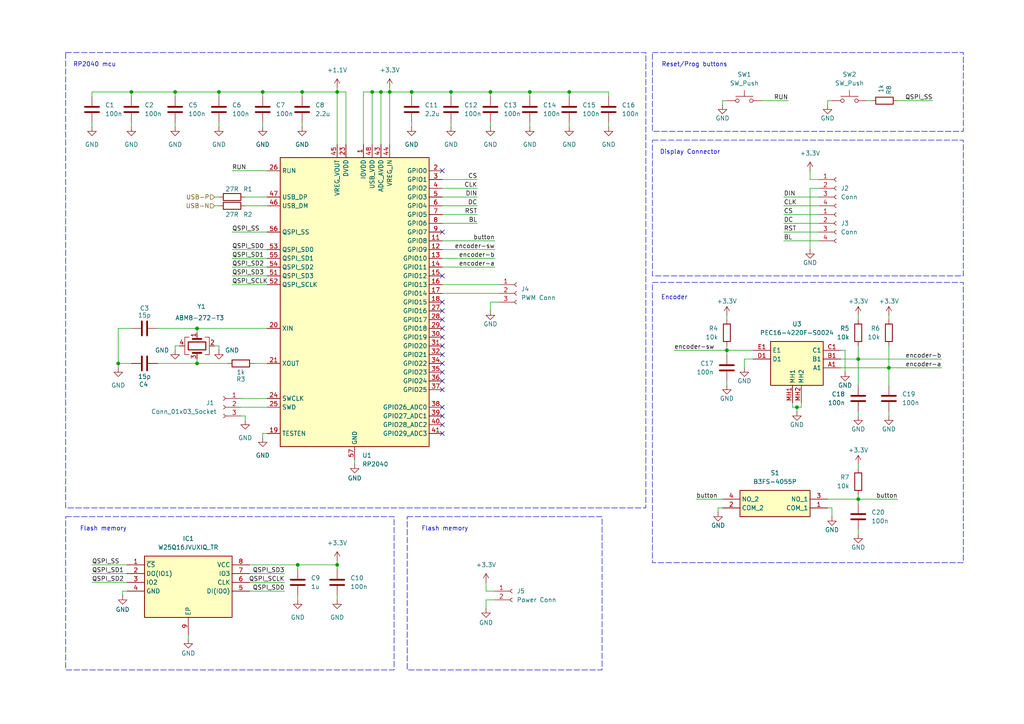
<source format=kicad_sch>
(kicad_sch (version 20231120) (generator "eeschema") (generator_version "8.0")
  (paper "A4")
  (title_block (title "UV Lamp Controller") (date "2025-03-30") (rev "v1.0") (company "Szymon Wąchała"))
  (lib_symbols
    (symbol "B3FS-4055P:B3FS-4055P"
      (property "Reference" "S" (at 26.67 7.62 0))
      (property "Value" "B3FS-4055P" (at 26.67 5.08 0))
      (symbol "B3FS-4055P_1_1"
        (rectangle (start 5.08 2.54) (end 25.4 -5.08) (stroke (width 0.254)) (fill (type background)))
        (pin passive line (at 30.48 -2.54 180) (length 5.08) (name "COM_1") (number "1"))
        (pin passive line (at 0 -2.54 0) (length 5.08) (name "COM_2") (number "2"))
        (pin passive line (at 30.48 0 180) (length 5.08) (name "NO_1") (number "3"))
        (pin passive line (at 0 0 0) (length 5.08) (name "NO_2") (number "4"))
      )
    )
    (symbol "Connector:Conn_01x02_Socket" (pin_names (offset 1.016) hide)
      (property "Reference" "J" (at 0 2.54 0))
      (property "Value" "Conn_01x02_Socket" (at 0 -5.08 0))
      (symbol "Conn_01x02_Socket_1_1"
        (arc (start 0 -2.032) (mid -0.5058 -2.54) (end 0 -3.048) (stroke (width 0.1524)))
        (polyline (pts (xy -1.27 -2.54) (xy -0.508 -2.54)) (stroke (width 0.1524)))
        (polyline (pts (xy -1.27 0) (xy -0.508 0)) (stroke (width 0.1524)))
        (arc (start 0 0.508) (mid -0.5058 0) (end 0 -0.508) (stroke (width 0.1524)))
        (pin passive line (at -5.08 0 0) (length 3.81) (name "Pin_1") (number "1"))
        (pin passive line (at -5.08 -2.54 0) (length 3.81) (name "Pin_2") (number "2"))
      )
    )
    (symbol "Connector:Conn_01x03_Socket" (pin_names (offset 1.016) hide)
      (property "Reference" "J" (at 0 5.08 0))
      (property "Value" "Conn_01x03_Socket" (at 0 -5.08 0))
      (symbol "Conn_01x03_Socket_1_1"
        (arc (start 0 -2.032) (mid -0.5058 -2.54) (end 0 -3.048) (stroke (width 0.1524)))
        (polyline (pts (xy -1.27 -2.54) (xy -0.508 -2.54)) (stroke (width 0.1524)))
        (polyline (pts (xy -1.27 0) (xy -0.508 0)) (stroke (width 0.1524)))
        (polyline (pts (xy -1.27 2.54) (xy -0.508 2.54)) (stroke (width 0.1524)))
        (arc (start 0 0.508) (mid -0.5058 0) (end 0 -0.508) (stroke (width 0.1524)))
        (arc (start 0 3.048) (mid -0.5058 2.54) (end 0 2.032) (stroke (width 0.1524)))
        (pin passive line (at -5.08 2.54 0) (length 3.81) (name "Pin_1") (number "1"))
        (pin passive line (at -5.08 0 0) (length 3.81) (name "Pin_2") (number "2"))
        (pin passive line (at -5.08 -2.54 0) (length 3.81) (name "Pin_3") (number "3"))
      )
    )
    (symbol "Connector:Conn_01x04_Socket" (pin_names (offset 1.016) hide)
      (property "Reference" "J" (at 0 5.08 0))
      (property "Value" "Conn_01x04_Socket" (at 0 -7.62 0))
      (symbol "Conn_01x04_Socket_1_1"
        (arc (start 0 -4.572) (mid -0.5058 -5.08) (end 0 -5.588) (stroke (width 0.1524)))
        (arc (start 0 -2.032) (mid -0.5058 -2.54) (end 0 -3.048) (stroke (width 0.1524)))
        (polyline (pts (xy -1.27 -5.08) (xy -0.508 -5.08)) (stroke (width 0.1524)))
        (polyline (pts (xy -1.27 -2.54) (xy -0.508 -2.54)) (stroke (width 0.1524)))
        (polyline (pts (xy -1.27 0) (xy -0.508 0)) (stroke (width 0.1524)))
        (polyline (pts (xy -1.27 2.54) (xy -0.508 2.54)) (stroke (width 0.1524)))
        (arc (start 0 0.508) (mid -0.5058 0) (end 0 -0.508) (stroke (width 0.1524)))
        (arc (start 0 3.048) (mid -0.5058 2.54) (end 0 2.032) (stroke (width 0.1524)))
        (pin passive line (at -5.08 2.54 0) (length 3.81) (name "Pin_1") (number "1"))
        (pin passive line (at -5.08 0 0) (length 3.81) (name "Pin_2") (number "2"))
        (pin passive line (at -5.08 -2.54 0) (length 3.81) (name "Pin_3") (number "3"))
        (pin passive line (at -5.08 -5.08 0) (length 3.81) (name "Pin_4") (number "4"))
      )
    )
    (symbol "Device:C" (pin_numbers hide) (pin_names (offset 0.254))
      (property "Reference" "C" (at 0.635 2.54 0))
      (property "Value" "C" (at 0.635 -2.54 0))
      (symbol "C_0_1"
        (polyline (pts (xy -2.032 -0.762) (xy 2.032 -0.762)) (stroke (width 0.508)))
        (polyline (pts (xy -2.032 0.762) (xy 2.032 0.762)) (stroke (width 0.508)))
      )
      (symbol "C_1_1"
        (pin passive line (at 0 3.81 270) (length 2.794) (name "~") (number "1"))
        (pin passive line (at 0 -3.81 90) (length 2.794) (name "~") (number "2"))
      )
    )
    (symbol "Device:Crystal_GND24" (pin_names (offset 1.016) hide)
      (property "Reference" "Y" (at 3.175 5.08 0))
      (property "Value" "Crystal_GND24" (at 3.175 3.175 0))
      (symbol "Crystal_GND24_0_1"
        (rectangle (start -1.143 2.54) (end 1.143 -2.54) (stroke (width 0.3048)))
        (polyline (pts (xy -2.54 0) (xy -2.032 0)))
        (polyline (pts (xy -2.032 -1.27) (xy -2.032 1.27)) (stroke (width 0.508)))
        (polyline (pts (xy 0 -3.81) (xy 0 -3.556)))
        (polyline (pts (xy 0 3.556) (xy 0 3.81)))
        (polyline (pts (xy 2.032 -1.27) (xy 2.032 1.27)) (stroke (width 0.508)))
        (polyline (pts (xy 2.032 0) (xy 2.54 0)))
        (polyline (pts (xy -2.54 -2.286) (xy -2.54 -3.556) (xy 2.54 -3.556) (xy 2.54 -2.286)))
        (polyline (pts (xy -2.54 2.286) (xy -2.54 3.556) (xy 2.54 3.556) (xy 2.54 2.286)))
      )
      (symbol "Crystal_GND24_1_1"
        (pin passive line (at -3.81 0 0) (length 1.27) (name "1") (number "1"))
        (pin passive line (at 0 5.08 270) (length 1.27) (name "2") (number "2"))
        (pin passive line (at 3.81 0 180) (length 1.27) (name "3") (number "3"))
        (pin passive line (at 0 -5.08 90) (length 1.27) (name "4") (number "4"))
      )
    )
    (symbol "Device:R" (pin_numbers hide) (pin_names (offset 0))
      (property "Reference" "R" (at 2.032 0 90))
      (property "Value" "R" (at 0 0 90))
      (symbol "R_0_1"
        (rectangle (start -1.016 -2.54) (end 1.016 2.54) (stroke (width 0.254)))
      )
      (symbol "R_1_1"
        (pin passive line (at 0 3.81 270) (length 1.27) (name "~") (number "1"))
        (pin passive line (at 0 -3.81 90) (length 1.27) (name "~") (number "2"))
      )
    )
    (symbol "MCU_RaspberryPi:RP2040"
      (property "Reference" "U" (at 17.78 45.72 0))
      (property "Value" "RP2040" (at 17.78 43.18 0))
      (symbol "RP2040_0_1"
        (rectangle (start -21.59 41.91) (end 21.59 -41.91) (stroke (width 0.254)) (fill (type background)))
      )
      (symbol "RP2040_1_1"
        (pin power_in line (at 2.54 45.72 270) (length 3.81) (name "IOVDD") (number "1"))
        (pin passive line (at 2.54 45.72 270) (length 3.81) hide (name "IOVDD") (number "10"))
        (pin bidirectional line (at 25.4 17.78 180) (length 3.81) (name "GPIO8") (number "11"))
        (pin bidirectional line (at 25.4 15.24 180) (length 3.81) (name "GPIO9") (number "12"))
        (pin bidirectional line (at 25.4 12.7 180) (length 3.81) (name "GPIO10") (number "13"))
        (pin bidirectional line (at 25.4 10.16 180) (length 3.81) (name "GPIO11") (number "14"))
        (pin bidirectional line (at 25.4 7.62 180) (length 3.81) (name "GPIO12") (number "15"))
        (pin bidirectional line (at 25.4 5.08 180) (length 3.81) (name "GPIO13") (number "16"))
        (pin bidirectional line (at 25.4 2.54 180) (length 3.81) (name "GPIO14") (number "17"))
        (pin bidirectional line (at 25.4 0 180) (length 3.81) (name "GPIO15") (number "18"))
        (pin input line (at -25.4 -38.1 0) (length 3.81) (name "TESTEN") (number "19"))
        (pin bidirectional line (at 25.4 38.1 180) (length 3.81) (name "GPIO0") (number "2"))
        (pin input line (at -25.4 -7.62 0) (length 3.81) (name "XIN") (number "20"))
        (pin passive line (at -25.4 -17.78 0) (length 3.81) (name "XOUT") (number "21"))
        (pin passive line (at 2.54 45.72 270) (length 3.81) hide (name "IOVDD") (number "22"))
        (pin power_in line (at -2.54 45.72 270) (length 3.81) (name "DVDD") (number "23"))
        (pin input line (at -25.4 -27.94 0) (length 3.81) (name "SWCLK") (number "24"))
        (pin bidirectional line (at -25.4 -30.48 0) (length 3.81) (name "SWD") (number "25"))
        (pin input line (at -25.4 38.1 0) (length 3.81) (name "RUN") (number "26"))
        (pin bidirectional line (at 25.4 -2.54 180) (length 3.81) (name "GPIO16") (number "27"))
        (pin bidirectional line (at 25.4 -5.08 180) (length 3.81) (name "GPIO17") (number "28"))
        (pin bidirectional line (at 25.4 -7.62 180) (length 3.81) (name "GPIO18") (number "29"))
        (pin bidirectional line (at 25.4 35.56 180) (length 3.81) (name "GPIO1") (number "3"))
        (pin bidirectional line (at 25.4 -10.16 180) (length 3.81) (name "GPIO19") (number "30"))
        (pin bidirectional line (at 25.4 -12.7 180) (length 3.81) (name "GPIO20") (number "31"))
        (pin bidirectional line (at 25.4 -15.24 180) (length 3.81) (name "GPIO21") (number "32"))
        (pin passive line (at 2.54 45.72 270) (length 3.81) hide (name "IOVDD") (number "33"))
        (pin bidirectional line (at 25.4 -17.78 180) (length 3.81) (name "GPIO22") (number "34"))
        (pin bidirectional line (at 25.4 -20.32 180) (length 3.81) (name "GPIO23") (number "35"))
        (pin bidirectional line (at 25.4 -22.86 180) (length 3.81) (name "GPIO24") (number "36"))
        (pin bidirectional line (at 25.4 -25.4 180) (length 3.81) (name "GPIO25") (number "37"))
        (pin bidirectional line (at 25.4 -30.48 180) (length 3.81) (name "GPIO26_ADC0") (number "38"))
        (pin bidirectional line (at 25.4 -33.02 180) (length 3.81) (name "GPIO27_ADC1") (number "39"))
        (pin bidirectional line (at 25.4 33.02 180) (length 3.81) (name "GPIO2") (number "4"))
        (pin bidirectional line (at 25.4 -35.56 180) (length 3.81) (name "GPIO28_ADC2") (number "40"))
        (pin bidirectional line (at 25.4 -38.1 180) (length 3.81) (name "GPIO29_ADC3") (number "41"))
        (pin passive line (at 2.54 45.72 270) (length 3.81) hide (name "IOVDD") (number "42"))
        (pin power_in line (at 7.62 45.72 270) (length 3.81) (name "ADC_AVDD") (number "43"))
        (pin power_in line (at 10.16 45.72 270) (length 3.81) (name "VREG_IN") (number "44"))
        (pin power_out line (at -5.08 45.72 270) (length 3.81) (name "VREG_VOUT") (number "45"))
        (pin bidirectional line (at -25.4 27.94 0) (length 3.81) (name "USB_DM") (number "46"))
        (pin bidirectional line (at -25.4 30.48 0) (length 3.81) (name "USB_DP") (number "47"))
        (pin power_in line (at 5.08 45.72 270) (length 3.81) (name "USB_VDD") (number "48"))
        (pin passive line (at 2.54 45.72 270) (length 3.81) hide (name "IOVDD") (number "49"))
        (pin bidirectional line (at 25.4 30.48 180) (length 3.81) (name "GPIO3") (number "5"))
        (pin passive line (at -2.54 45.72 270) (length 3.81) hide (name "DVDD") (number "50"))
        (pin bidirectional line (at -25.4 7.62 0) (length 3.81) (name "QSPI_SD3") (number "51"))
        (pin output line (at -25.4 5.08 0) (length 3.81) (name "QSPI_SCLK") (number "52"))
        (pin bidirectional line (at -25.4 15.24 0) (length 3.81) (name "QSPI_SD0") (number "53"))
        (pin bidirectional line (at -25.4 10.16 0) (length 3.81) (name "QSPI_SD2") (number "54"))
        (pin bidirectional line (at -25.4 12.7 0) (length 3.81) (name "QSPI_SD1") (number "55"))
        (pin bidirectional line (at -25.4 20.32 0) (length 3.81) (name "QSPI_SS") (number "56"))
        (pin power_in line (at 0 -45.72 90) (length 3.81) (name "GND") (number "57"))
        (pin bidirectional line (at 25.4 27.94 180) (length 3.81) (name "GPIO4") (number "6"))
        (pin bidirectional line (at 25.4 25.4 180) (length 3.81) (name "GPIO5") (number "7"))
        (pin bidirectional line (at 25.4 22.86 180) (length 3.81) (name "GPIO6") (number "8"))
        (pin bidirectional line (at 25.4 20.32 180) (length 3.81) (name "GPIO7") (number "9"))
      )
    )
    (symbol "PEC16-4220F-S0024:PEC16-4220F-S0024"
      (property "Reference" "U" (at -0.762 10.414 0))
      (property "Value" "PEC16-4220F-S0024" (at -0.762 12.954 0))
      (symbol "PEC16-4220F-S0024_1_1"
        (rectangle (start -7.62 7.62) (end 7.62 -5.08) (stroke (width 0.254)) (fill (type background)))
        (pin passive line (at 12.7 0 180) (length 5.08) (name "A1") (number "A1"))
        (pin passive line (at 12.7 2.54 180) (length 5.08) (name "B1") (number "B1"))
        (pin passive line (at 12.7 5.08 180) (length 5.08) (name "C1") (number "C1"))
        (pin passive line (at -12.7 2.54 0) (length 5.08) (name "D1") (number "D1"))
        (pin passive line (at -12.7 5.08 0) (length 5.08) (name "E1") (number "E1"))
        (pin passive line (at -1.27 -10.16 90) (length 5.08) (name "MH1") (number "MH1"))
        (pin passive line (at 1.27 -10.16 90) (length 5.08) (name "MH2") (number "MH2"))
      )
    )
    (symbol "Switch:SW_Push" (pin_numbers hide) (pin_names (offset 1.016) hide)
      (property "Reference" "SW" (at 1.27 2.54 0))
      (property "Value" "SW_Push" (at 0 -1.524 0))
      (symbol "SW_Push_0_1"
        (circle (center -2.032 0) (radius 0.508))
        (polyline (pts (xy 0 1.27) (xy 0 3.048)))
        (polyline (pts (xy 2.54 1.27) (xy -2.54 1.27)))
        (circle (center 2.032 0) (radius 0.508))
        (pin passive line (at -5.08 0 0) (length 2.54) (name "1") (number "1"))
        (pin passive line (at 5.08 0 180) (length 2.54) (name "2") (number "2"))
      )
    )
    (symbol "W25Q16JVUXIQ_TR:W25Q16JVUXIQ_TR"
      (property "Reference" "IC" (at 31.75 7.62 0))
      (property "Value" "W25Q16JVUXIQ_TR" (at 31.75 5.08 0))
      (symbol "W25Q16JVUXIQ_TR_1_1"
        (rectangle (start 5.08 2.54) (end 30.48 -15.24) (stroke (width 0.254)) (fill (type background)))
        (pin passive line (at 0 0 0) (length 5.08) (name "~{CS}") (number "1"))
        (pin passive line (at 0 -2.54 0) (length 5.08) (name "DO(IO1)") (number "2"))
        (pin passive line (at 0 -5.08 0) (length 5.08) (name "IO2") (number "3"))
        (pin passive line (at 0 -7.62 0) (length 5.08) (name "GND") (number "4"))
        (pin passive line (at 35.56 -7.62 180) (length 5.08) (name "DI(IO0)") (number "5"))
        (pin passive line (at 35.56 -5.08 180) (length 5.08) (name "CLK") (number "6"))
        (pin passive line (at 35.56 -2.54 180) (length 5.08) (name "IO3") (number "7"))
        (pin passive line (at 35.56 0 180) (length 5.08) (name "VCC") (number "8"))
        (pin passive line (at 17.78 -20.32 90) (length 5.08) (name "EP") (number "9"))
      )
    )
    (symbol "power:GND" (power) (pin_numbers hide) (pin_names (offset 0) hide)
      (property "Value" "GND" (at 0 -3.81 0))
      (symbol "GND_0_1"
        (polyline (pts (xy 0 0) (xy 0 -1.27) (xy 1.27 -1.27) (xy 0 -2.54) (xy -1.27 -1.27) (xy 0 -1.27)))
      )
      (symbol "GND_1_1"
        (pin power_in line (at 0 0 270) (length 0) (name "~") (number "1"))
      )
    )
    (symbol "power:VCC" (power) (pin_numbers hide) (pin_names (offset 0) hide)
      (property "Value" "VCC" (at 0 3.556 0))
      (symbol "VCC_0_1"
        (polyline (pts (xy -0.762 1.27) (xy 0 2.54)))
        (polyline (pts (xy 0 0) (xy 0 2.54)))
        (polyline (pts (xy 0 2.54) (xy 0.762 1.27)))
      )
      (symbol "VCC_1_1"
        (pin power_in line (at 0 0 90) (length 0) (name "~") (number "1"))
      )
    )
  )
  (junction (at 97.79 163.83))
  (junction (at 257.81 106.68))
  (junction (at 153.67 26.67))
  (junction (at 231.14 118.11))
  (junction (at 57.15 95.25))
  (junction (at 57.15 105.41))
  (junction (at 165.1 26.67))
  (junction (at 210.82 101.6))
  (junction (at 97.79 26.67))
  (junction (at 113.03 26.67))
  (junction (at 63.5 26.67))
  (junction (at 50.8 26.67))
  (junction (at 110.49 26.67))
  (junction (at 248.92 144.78))
  (junction (at 248.92 104.14))
  (junction (at 130.81 26.67))
  (junction (at 34.29 105.41))
  (junction (at 107.95 26.67))
  (junction (at 86.36 163.83))
  (junction (at 142.24 26.67))
  (junction (at 87.63 26.67))
  (junction (at 119.38 26.67))
  (junction (at 76.2 26.67))
  (junction (at 38.1 26.67))
  (no_connect (at 128.27 92.71))
  (no_connect (at 128.27 90.17))
  (no_connect (at 128.27 105.41))
  (no_connect (at 128.27 123.19))
  (no_connect (at 128.27 97.79))
  (no_connect (at 128.27 102.87))
  (no_connect (at 128.27 113.03))
  (no_connect (at 128.27 110.49))
  (no_connect (at 128.27 125.73))
  (no_connect (at 128.27 120.65))
  (no_connect (at 128.27 118.11))
  (no_connect (at 128.27 107.95))
  (no_connect (at 128.27 100.33))
  (no_connect (at 128.27 49.53))
  (no_connect (at 128.27 87.63))
  (no_connect (at 128.27 95.25))
  (no_connect (at 128.27 67.31))
  (no_connect (at 128.27 80.01))
  (wire (pts (xy 105.41 41.91) (xy 105.41 26.67)))
  (wire (pts (xy 45.72 105.41) (xy 57.15 105.41)))
  (wire (pts (xy 248.92 144.78) (xy 260.35 144.78)))
  (wire (pts (xy 63.5 27.94) (xy 63.5 26.67)))
  (wire (pts (xy 67.31 49.53) (xy 77.47 49.53)))
  (wire (pts (xy 35.56 171.45) (xy 36.83 171.45)))
  (wire (pts (xy 107.95 26.67) (xy 110.49 26.67)))
  (wire (pts (xy 130.81 27.94) (xy 130.81 26.67)))
  (wire (pts (xy 142.24 87.63) (xy 144.78 87.63)))
  (wire (pts (xy 45.72 95.25) (xy 57.15 95.25)))
  (wire (pts (xy 138.43 62.23) (xy 128.27 62.23)))
  (wire (pts (xy 76.2 36.83) (xy 76.2 35.56)))
  (wire (pts (xy 97.79 163.83) (xy 86.36 163.83)))
  (wire (pts (xy 57.15 95.25) (xy 77.47 95.25)))
  (wire (pts (xy 34.29 106.68) (xy 34.29 105.41)))
  (wire (pts (xy 26.67 163.83) (xy 36.83 163.83)))
  (wire (pts (xy 128.27 82.55) (xy 144.78 82.55)))
  (wire (pts (xy 128.27 69.85) (xy 143.51 69.85)))
  (wire (pts (xy 234.95 49.53) (xy 234.95 52.07)))
  (wire (pts (xy 130.81 26.67) (xy 119.38 26.67)))
  (wire (pts (xy 153.67 36.83) (xy 153.67 35.56)))
  (wire (pts (xy 165.1 26.67) (xy 165.1 27.94)))
  (wire (pts (xy 240.03 144.78) (xy 248.92 144.78)))
  (wire (pts (xy 62.23 59.69) (xy 63.5 59.69)))
  (wire (pts (xy 76.2 27.94) (xy 76.2 26.67)))
  (wire (pts (xy 38.1 26.67) (xy 26.67 26.67)))
  (wire (pts (xy 130.81 36.83) (xy 130.81 35.56)))
  (wire (pts (xy 62.23 100.33) (xy 63.5 100.33)))
  (wire (pts (xy 243.84 106.68) (xy 257.81 106.68)))
  (wire (pts (xy 248.92 119.38) (xy 248.92 120.65)))
  (wire (pts (xy 245.11 101.6) (xy 245.11 107.95)))
  (wire (pts (xy 35.56 171.45) (xy 35.56 172.72)))
  (wire (pts (xy 241.3 147.32) (xy 240.03 147.32)))
  (wire (pts (xy 260.35 29.21) (xy 270.51 29.21)))
  (wire (pts (xy 248.92 104.14) (xy 248.92 111.76)))
  (wire (pts (xy 63.5 26.67) (xy 76.2 26.67)))
  (wire (pts (xy 210.82 101.6) (xy 218.44 101.6)))
  (wire (pts (xy 86.36 172.72) (xy 86.36 173.99)))
  (wire (pts (xy 67.31 77.47) (xy 77.47 77.47)))
  (wire (pts (xy 165.1 36.83) (xy 165.1 35.56)))
  (wire (pts (xy 142.24 26.67) (xy 130.81 26.67)))
  (wire (pts (xy 240.03 30.48) (xy 240.03 29.21)))
  (wire (pts (xy 128.27 74.93) (xy 143.51 74.93)))
  (wire (pts (xy 113.03 25.4) (xy 113.03 26.67)))
  (wire (pts (xy 100.33 41.91) (xy 100.33 26.67)))
  (wire (pts (xy 227.33 64.77) (xy 237.49 64.77)))
  (wire (pts (xy 76.2 127) (xy 76.2 125.73)))
  (wire (pts (xy 26.67 36.83) (xy 26.67 35.56)))
  (wire (pts (xy 140.97 168.91) (xy 140.97 171.45)))
  (wire (pts (xy 82.55 168.91) (xy 72.39 168.91)))
  (wire (pts (xy 67.31 82.55) (xy 77.47 82.55)))
  (wire (pts (xy 110.49 26.67) (xy 110.49 41.91)))
  (wire (pts (xy 153.67 26.67) (xy 142.24 26.67)))
  (wire (pts (xy 227.33 57.15) (xy 237.49 57.15)))
  (wire (pts (xy 87.63 35.56) (xy 87.63 36.83)))
  (wire (pts (xy 86.36 163.83) (xy 86.36 165.1)))
  (wire (pts (xy 257.81 106.68) (xy 273.05 106.68)))
  (wire (pts (xy 138.43 52.07) (xy 128.27 52.07)))
  (wire (pts (xy 138.43 59.69) (xy 128.27 59.69)))
  (wire (pts (xy 209.55 30.48) (xy 209.55 29.21)))
  (wire (pts (xy 142.24 26.67) (xy 142.24 27.94)))
  (wire (pts (xy 87.63 27.94) (xy 87.63 26.67)))
  (wire (pts (xy 97.79 163.83) (xy 97.79 165.1)))
  (wire (pts (xy 69.85 120.65) (xy 71.12 120.65)))
  (wire (pts (xy 257.81 106.68) (xy 257.81 111.76)))
  (wire (pts (xy 97.79 26.67) (xy 97.79 41.91)))
  (wire (pts (xy 82.55 171.45) (xy 72.39 171.45)))
  (wire (pts (xy 97.79 25.4) (xy 97.79 26.67)))
  (wire (pts (xy 50.8 27.94) (xy 50.8 26.67)))
  (wire (pts (xy 140.97 176.53) (xy 140.97 173.99)))
  (wire (pts (xy 34.29 95.25) (xy 34.29 105.41)))
  (wire (pts (xy 69.85 118.11) (xy 77.47 118.11)))
  (wire (pts (xy 220.98 29.21) (xy 228.6 29.21)))
  (wire (pts (xy 100.33 26.67) (xy 97.79 26.67)))
  (wire (pts (xy 227.33 59.69) (xy 237.49 59.69)))
  (wire (pts (xy 57.15 105.41) (xy 57.15 104.14)))
  (wire (pts (xy 110.49 26.67) (xy 113.03 26.67)))
  (wire (pts (xy 210.82 91.44) (xy 210.82 92.71)))
  (wire (pts (xy 240.03 29.21) (xy 241.3 29.21)))
  (wire (pts (xy 257.81 100.33) (xy 257.81 106.68)))
  (wire (pts (xy 227.33 67.31) (xy 237.49 67.31)))
  (wire (pts (xy 210.82 110.49) (xy 210.82 111.76)))
  (wire (pts (xy 34.29 105.41) (xy 38.1 105.41)))
  (wire (pts (xy 34.29 95.25) (xy 38.1 95.25)))
  (wire (pts (xy 165.1 26.67) (xy 153.67 26.67)))
  (wire (pts (xy 251.46 29.21) (xy 252.73 29.21)))
  (wire (pts (xy 63.5 36.83) (xy 63.5 35.56)))
  (wire (pts (xy 229.87 118.11) (xy 231.14 118.11)))
  (wire (pts (xy 128.27 77.47) (xy 143.51 77.47)))
  (wire (pts (xy 248.92 144.78) (xy 248.92 146.05)))
  (wire (pts (xy 215.9 104.14) (xy 218.44 104.14)))
  (wire (pts (xy 113.03 26.67) (xy 113.03 41.91)))
  (wire (pts (xy 140.97 173.99) (xy 143.51 173.99)))
  (wire (pts (xy 54.61 184.15) (xy 54.61 185.42)))
  (wire (pts (xy 257.81 91.44) (xy 257.81 92.71)))
  (wire (pts (xy 71.12 59.69) (xy 77.47 59.69)))
  (wire (pts (xy 138.43 54.61) (xy 128.27 54.61)))
  (wire (pts (xy 232.41 118.11) (xy 232.41 116.84)))
  (wire (pts (xy 231.14 118.11) (xy 232.41 118.11)))
  (wire (pts (xy 210.82 101.6) (xy 210.82 102.87)))
  (wire (pts (xy 57.15 95.25) (xy 57.15 96.52)))
  (wire (pts (xy 63.5 100.33) (xy 63.5 101.6)))
  (wire (pts (xy 209.55 29.21) (xy 210.82 29.21)))
  (wire (pts (xy 119.38 36.83) (xy 119.38 35.56)))
  (wire (pts (xy 176.53 27.94) (xy 176.53 26.67)))
  (wire (pts (xy 71.12 57.15) (xy 77.47 57.15)))
  (wire (pts (xy 50.8 100.33) (xy 52.07 100.33)))
  (wire (pts (xy 50.8 101.6) (xy 50.8 100.33)))
  (wire (pts (xy 66.04 105.41) (xy 57.15 105.41)))
  (wire (pts (xy 248.92 143.51) (xy 248.92 144.78)))
  (wire (pts (xy 38.1 26.67) (xy 50.8 26.67)))
  (wire (pts (xy 67.31 74.93) (xy 77.47 74.93)))
  (wire (pts (xy 102.87 133.35) (xy 102.87 134.62)))
  (wire (pts (xy 248.92 100.33) (xy 248.92 104.14)))
  (wire (pts (xy 71.12 120.65) (xy 71.12 121.92)))
  (wire (pts (xy 229.87 116.84) (xy 229.87 118.11)))
  (wire (pts (xy 140.97 171.45) (xy 143.51 171.45)))
  (wire (pts (xy 67.31 72.39) (xy 77.47 72.39)))
  (wire (pts (xy 138.43 64.77) (xy 128.27 64.77)))
  (wire (pts (xy 245.11 101.6) (xy 243.84 101.6)))
  (wire (pts (xy 38.1 36.83) (xy 38.1 35.56)))
  (wire (pts (xy 243.84 104.14) (xy 248.92 104.14)))
  (wire (pts (xy 50.8 26.67) (xy 63.5 26.67)))
  (wire (pts (xy 142.24 90.17) (xy 142.24 87.63)))
  (wire (pts (xy 143.51 72.39) (xy 128.27 72.39)))
  (wire (pts (xy 67.31 67.31) (xy 77.47 67.31)))
  (wire (pts (xy 210.82 100.33) (xy 210.82 101.6)))
  (wire (pts (xy 67.31 80.01) (xy 77.47 80.01)))
  (wire (pts (xy 227.33 62.23) (xy 237.49 62.23)))
  (wire (pts (xy 82.55 166.37) (xy 72.39 166.37)))
  (wire (pts (xy 231.14 119.38) (xy 231.14 118.11)))
  (wire (pts (xy 241.3 147.32) (xy 241.3 149.86)))
  (wire (pts (xy 105.41 26.67) (xy 107.95 26.67)))
  (wire (pts (xy 234.95 72.39) (xy 234.95 54.61)))
  (wire (pts (xy 248.92 104.14) (xy 273.05 104.14)))
  (wire (pts (xy 73.66 105.41) (xy 77.47 105.41)))
  (wire (pts (xy 107.95 26.67) (xy 107.95 41.91)))
  (wire (pts (xy 248.92 91.44) (xy 248.92 92.71)))
  (wire (pts (xy 248.92 134.62) (xy 248.92 135.89)))
  (wire (pts (xy 38.1 27.94) (xy 38.1 26.67)))
  (wire (pts (xy 26.67 166.37) (xy 36.83 166.37)))
  (wire (pts (xy 176.53 26.67) (xy 165.1 26.67)))
  (wire (pts (xy 176.53 36.83) (xy 176.53 35.56)))
  (wire (pts (xy 69.85 115.57) (xy 77.47 115.57)))
  (wire (pts (xy 113.03 26.67) (xy 119.38 26.67)))
  (wire (pts (xy 257.81 119.38) (xy 257.81 120.65)))
  (wire (pts (xy 26.67 26.67) (xy 26.67 27.94)))
  (wire (pts (xy 26.67 168.91) (xy 36.83 168.91)))
  (wire (pts (xy 208.28 147.32) (xy 209.55 147.32)))
  (wire (pts (xy 72.39 163.83) (xy 86.36 163.83)))
  (wire (pts (xy 138.43 57.15) (xy 128.27 57.15)))
  (wire (pts (xy 119.38 26.67) (xy 119.38 27.94)))
  (wire (pts (xy 248.92 153.67) (xy 248.92 154.94)))
  (wire (pts (xy 62.23 57.15) (xy 63.5 57.15)))
  (wire (pts (xy 142.24 36.83) (xy 142.24 35.56)))
  (wire (pts (xy 76.2 125.73) (xy 77.47 125.73)))
  (wire (pts (xy 201.93 144.78) (xy 209.55 144.78)))
  (wire (pts (xy 234.95 54.61) (xy 237.49 54.61)))
  (wire (pts (xy 128.27 85.09) (xy 144.78 85.09)))
  (wire (pts (xy 87.63 26.67) (xy 97.79 26.67)))
  (wire (pts (xy 97.79 172.72) (xy 97.79 173.99)))
  (wire (pts (xy 97.79 162.56) (xy 97.79 163.83)))
  (wire (pts (xy 234.95 52.07) (xy 237.49 52.07)))
  (wire (pts (xy 208.28 148.59) (xy 208.28 147.32)))
  (wire (pts (xy 153.67 27.94) (xy 153.67 26.67)))
  (wire (pts (xy 215.9 106.68) (xy 215.9 104.14)))
  (wire (pts (xy 195.58 101.6) (xy 210.82 101.6)))
  (wire (pts (xy 227.33 69.85) (xy 237.49 69.85)))
  (wire (pts (xy 76.2 26.67) (xy 87.63 26.67)))
  (wire (pts (xy 50.8 36.83) (xy 50.8 35.56)))
  (rectangle (start 118.11 149.86) (end 174.625 194.31) (stroke (width 0) (type dash)))
  (rectangle (start 189.23 15.24) (end 279.4 38.1) (stroke (width 0) (type dash)))
  (rectangle (start 19.05 15.24) (end 187.325 147.32) (stroke (width 0) (type dash)))
  (rectangle (start 189.23 81.915) (end 279.4 163.195) (stroke (width 0) (type dash)))
  (rectangle (start 189.23 40.64) (end 279.4 80.01) (stroke (width 0) (type dash)))
  (rectangle (start 19.05 149.86) (end 114.3 194.31) (stroke (width 0) (type dash)))
  (text "Reset/Prog buttons" (at 201.422 18.796 0) (effects (font (size 1.27 1.27))))
  (text "Flash memory" (at 29.972 153.416 0) (effects (font (size 1.27 1.27))))
  (text "Flash memory" (at 129.032 153.416 0) (effects (font (size 1.27 1.27))))
  (text "Display Connector" (at 200.152 44.196 0) (effects (font (size 1.27 1.27))))
  (text "RP2040 mcu" (at 27.432 18.796 0) (effects (font (size 1.27 1.27))))
  (text "Encoder" (at 195.58 86.36 0) (effects (font (size 1.27 1.27))))
  (label "encoder-b" (at 143.51 74.93 180))
  (label "encoder-b" (at 273.05 104.14 180))
  (label "BL" (at 227.33 69.85 0))
  (label "encoder-sw" (at 195.58 101.6 0))
  (label "CLK" (at 138.43 54.61 180))
  (label "button" (at 201.93 144.78 0))
  (label "QSPI_SD1" (at 26.67 166.37 0))
  (label "button" (at 260.35 144.78 180))
  (label "DIN" (at 138.43 57.15 180))
  (label "encoder-a" (at 273.05 106.68 180))
  (label "QSPI_SD1" (at 67.31 74.93 0))
  (label "RST" (at 138.43 62.23 180))
  (label "DC" (at 138.43 59.69 180))
  (label "QSPI_SS" (at 270.51 29.21 180))
  (label "QSPI_SD0" (at 82.55 171.45 180))
  (label "QSPI_SS" (at 67.31 67.31 0))
  (label "QSPI_SD2" (at 26.67 168.91 0))
  (label "QSPI_SCLK" (at 67.31 82.55 0))
  (label "QSPI_SCLK" (at 82.55 168.91 180))
  (label "QSPI_SD2" (at 67.31 77.47 0))
  (label "RUN" (at 228.6 29.21 180))
  (label "QSPI_SD3" (at 67.31 80.01 0))
  (label "encoder-a" (at 143.51 77.47 180))
  (label "encoder-sw" (at 143.51 72.39 180))
  (label "CLK" (at 227.33 59.69 0))
  (label "QSPI_SD3" (at 82.55 166.37 180))
  (label "CS" (at 138.43 52.07 180))
  (label "DIN" (at 227.33 57.15 0))
  (label "CS" (at 227.33 62.23 0))
  (label "QSPI_SD0" (at 67.31 72.39 0))
  (label "DC" (at 227.33 64.77 0))
  (label "QSPI_SS" (at 26.67 163.83 0))
  (label "RUN" (at 67.31 49.53 0))
  (label "BL" (at 138.43 64.77 180))
  (label "RST" (at 227.33 67.31 0))
  (label "button" (at 143.51 69.85 180))
  (hierarchical_label "USB-N" (shape input) (at 62.23 59.69 180))
  (hierarchical_label "USB-P" (shape input) (at 62.23 57.15 180))
  (symbol (lib_id "power:GND") (at 102.87 134.62 0) (unit 1)
    (property "Reference" "#PWR016" (effects (hide yes)))
    (property "Value" "GND" (at 102.87 138.684 0))
    (property "Description" "Power symbol creates a global label with name \"GND\" , ground" (effects (hide yes)))
  )
  (symbol (lib_id "Device:C") (at 153.67 31.75 0) (unit 1)
    (property "Reference" "C14" (at 157.48 30.4799 0) (effects (justify left)))
    (property "Value" "100n" (at 157.48 33.0199 0) (effects (justify left)))
    (property "Footprint" "Capacitor_SMD:C_0402_1005Metric" (effects (hide yes)))
    (property "Description" "Unpolarized capacitor" (effects (hide yes)))
  )
  (symbol (lib_id "Device:C") (at 41.91 105.41 90) (unit 1)
    (property "Reference" "C4" (at 41.656 111.506 90))
    (property "Value" "15p" (at 41.91 109.22 90))
    (property "Footprint" "Capacitor_SMD:C_0402_1005Metric" (effects (hide yes)))
    (property "Description" "Unpolarized capacitor" (effects (hide yes)))
  )
  (symbol (lib_id "power:GND") (at 63.5 36.83 0) (unit 1)
    (property "Reference" "#PWR07" (effects (hide yes)))
    (property "Value" "GND" (at 63.5 41.91 0))
    (property "Description" "Power symbol creates a global label with name \"GND\" , ground" (effects (hide yes)))
  )
  (symbol (lib_id "power:VCC") (at 97.79 25.4 0) (unit 1)
    (property "Reference" "#PWR014" (effects (hide yes)))
    (property "Value" "+1.1V" (at 97.79 20.32 0))
    (property "Description" "Power symbol creates a global label with name \"VCC\"" (effects (hide yes)))
  )
  (symbol (lib_id "power:GND") (at 241.3 149.86 0) (unit 1)
    (property "Reference" "#PWR041" (effects (hide yes)))
    (property "Value" "GND" (at 241.3 153.67 0))
    (property "Description" "Power symbol creates a global label with name \"GND\" , ground" (effects (hide yes)))
  )
  (symbol (lib_id "Device:C") (at 142.24 31.75 0) (unit 1)
    (property "Reference" "C13" (at 146.05 30.4799 0) (effects (justify left)))
    (property "Value" "100n" (at 146.05 33.0199 0) (effects (justify left)))
    (property "Footprint" "Capacitor_SMD:C_0402_1005Metric" (effects (hide yes)))
    (property "Description" "Unpolarized capacitor" (effects (hide yes)))
  )
  (symbol (lib_id "Connector:Conn_01x03_Socket") (at 149.86 85.09 0) (unit 1)
    (property "Reference" "J4" (at 151.13 83.8199 0) (effects (justify left)))
    (property "Value" "PWM Conn" (at 151.13 86.3599 0) (effects (justify left)))
    (property "Footprint" "Connector_Wire:SolderWire-0.5sqmm_1x03_P4.6mm_D0.9mm_OD2.1mm" (effects (hide yes)))
    (property "Description" "Generic connector, single row, 01x03, script generated" (effects (hide yes)))
  )
  (symbol (lib_id "Device:C") (at 248.92 149.86 0) (mirror y) (unit 1)
    (property "Reference" "C20" (at 252.73 148.5899 0) (effects (justify right)))
    (property "Value" "100n" (at 252.73 151.1299 0) (effects (justify right)))
    (property "Footprint" "Capacitor_SMD:C_0805_2012Metric" (effects (hide yes)))
    (property "Description" "Unpolarized capacitor" (effects (hide yes)))
  )
  (symbol (lib_id "power:GND") (at 231.14 119.38 0) (unit 1)
    (property "Reference" "#PWR030" (effects (hide yes)))
    (property "Value" "GND" (at 231.14 123.19 0))
    (property "Description" "Power symbol creates a global label with name \"GND\" , ground" (effects (hide yes)))
  )
  (symbol (lib_id "W25Q16JVUXIQ_TR:W25Q16JVUXIQ_TR") (at 36.83 163.83 0) (unit 1)
    (property "Reference" "IC1" (at 54.61 156.21 0))
    (property "Value" "W25Q16JVUXIQ_TR" (at 54.61 158.75 0))
    (property "Footprint" "W25Q16JVUXIQ_TR:SON50P300X200X60-9N" (effects (hide yes)))
    (property "Datasheet" "https://componentsearchengine.com/Datasheets/1/W25Q16JVUXIQ TR.pdf" (effects (hide yes)))
    (property "Description" "NOR Flash spiFlash, 3V, 16M-bit, 4Kb Uniform Sector, DTR" (effects (hide yes)))
    (property "Height" "0.6" (effects (hide yes)))
    (property "Manufacturer_Name" "Winbond" (effects (hide yes)))
    (property "Manufacturer_Part_Number" "W25Q16JVUXIQ TR" (effects (hide yes)))
  )
  (symbol (lib_id "Device:R") (at 69.85 105.41 270) (mirror x) (unit 1)
    (property "Reference" "R3" (at 69.85 109.982 90))
    (property "Value" "1k" (at 69.85 107.95 90))
    (property "Footprint" "Resistor_SMD:R_0402_1005Metric" (effects (hide yes)))
    (property "Description" "Resistor" (effects (hide yes)))
  )
  (symbol (lib_id "power:VCC") (at 257.81 91.44 0) (unit 1)
    (property "Reference" "#PWR036" (effects (hide yes)))
    (property "Value" "+3.3V" (at 257.81 87.376 0))
    (property "Description" "Power symbol creates a global label with name \"VCC\"" (effects (hide yes)))
  )
  (symbol (lib_id "power:GND") (at 26.67 36.83 0) (unit 1)
    (property "Reference" "#PWR01" (effects (hide yes)))
    (property "Value" "GND" (at 26.67 41.91 0))
    (property "Description" "Power symbol creates a global label with name \"GND\" , ground" (effects (hide yes)))
  )
  (symbol (lib_id "power:GND") (at 153.67 36.83 0) (unit 1)
    (property "Reference" "#PWR023" (effects (hide yes)))
    (property "Value" "GND" (at 153.67 41.91 0))
    (property "Description" "Power symbol creates a global label with name \"GND\" , ground" (effects (hide yes)))
  )
  (symbol (lib_id "power:GND") (at 248.92 154.94 0) (unit 1)
    (property "Reference" "#PWR040" (effects (hide yes)))
    (property "Value" "GND" (at 248.92 158.75 0))
    (property "Description" "Power symbol creates a global label with name \"GND\" , ground" (effects (hide yes)))
  )
  (symbol (lib_id "power:GND") (at 240.03 30.48 0) (unit 1)
    (property "Reference" "#PWR028" (effects (hide yes)))
    (property "Value" "GND" (at 240.03 34.29 0))
    (property "Description" "Power symbol creates a global label with name \"GND\" , ground" (effects (hide yes)))
  )
  (symbol (lib_id "Device:C") (at 257.81 115.57 0) (mirror y) (unit 1)
    (property "Reference" "C19" (at 261.62 114.2999 0) (effects (justify right)))
    (property "Value" "100n" (at 261.62 116.8399 0) (effects (justify right)))
    (property "Footprint" "Capacitor_SMD:C_0805_2012Metric" (effects (hide yes)))
    (property "Description" "Unpolarized capacitor" (effects (hide yes)))
  )
  (symbol (lib_id "Device:C") (at 86.36 168.91 0) (unit 1)
    (property "Reference" "C9" (at 90.17 167.6399 0) (effects (justify left)))
    (property "Value" "1u" (at 90.17 170.1799 0) (effects (justify left)))
    (property "Footprint" "Capacitor_SMD:C_0805_2012Metric" (effects (hide yes)))
    (property "Description" "Unpolarized capacitor" (effects (hide yes)))
  )
  (symbol (lib_id "Device:C") (at 63.5 31.75 0) (unit 1)
    (property "Reference" "C6" (at 67.31 30.4799 0) (effects (justify left)))
    (property "Value" "100n" (at 67.31 33.0199 0) (effects (justify left)))
    (property "Footprint" "Capacitor_SMD:C_0402_1005Metric" (effects (hide yes)))
    (property "Description" "Unpolarized capacitor" (effects (hide yes)))
  )
  (symbol (lib_id "power:GND") (at 119.38 36.83 0) (unit 1)
    (property "Reference" "#PWR020" (effects (hide yes)))
    (property "Value" "GND" (at 119.38 41.91 0))
    (property "Description" "Power symbol creates a global label with name \"GND\" , ground" (effects (hide yes)))
  )
  (symbol (lib_id "Device:C") (at 76.2 31.75 0) (unit 1)
    (property "Reference" "C7" (at 80.01 30.4799 0) (effects (justify left)))
    (property "Value" "100n" (at 80.01 33.0199 0) (effects (justify left)))
    (property "Footprint" "Capacitor_SMD:C_0402_1005Metric" (effects (hide yes)))
    (property "Description" "Unpolarized capacitor" (effects (hide yes)))
  )
  (symbol (lib_id "Connector:Conn_01x02_Socket") (at 148.59 171.45 0) (unit 1)
    (property "Reference" "J5" (at 149.86 171.4499 0) (effects (justify left)))
    (property "Value" "Power Conn" (at 149.86 173.9899 0) (effects (justify left)))
    (property "Footprint" "Connector_Wire:SolderWire-1.5sqmm_1x02_P6mm_D1.7mm_OD3mm" (effects (hide yes)))
    (property "Description" "Generic connector, single row, 01x02, script generated" (effects (hide yes)))
  )
  (symbol (lib_id "power:VCC") (at 97.79 162.56 0) (unit 1)
    (property "Reference" "#PWR017" (effects (hide yes)))
    (property "Value" "+3.3V" (at 97.79 157.48 0))
    (property "Description" "Power symbol creates a global label with name \"VCC\"" (effects (hide yes)))
  )
  (symbol (lib_id "Device:C") (at 210.82 106.68 0) (unit 1)
    (property "Reference" "C17" (at 207.01 105.4099 0) (effects (justify right)))
    (property "Value" "100n" (at 207.01 107.9499 0) (effects (justify right)))
    (property "Footprint" "Capacitor_SMD:C_0805_2012Metric" (effects (hide yes)))
    (property "Description" "Unpolarized capacitor" (effects (hide yes)))
  )
  (symbol (lib_id "power:GND") (at 54.61 185.42 0) (unit 1)
    (property "Reference" "#PWR09" (effects (hide yes)))
    (property "Value" "GND" (at 54.61 189.484 0))
    (property "Description" "Power symbol creates a global label with name \"GND\" , ground" (effects (hide yes)))
  )
  (symbol (lib_id "B3FS-4055P:B3FS-4055P") (at 209.55 144.78 0) (unit 1)
    (property "Reference" "S1" (at 224.79 137.16 0))
    (property "Value" "B3FS-4055P" (at 224.79 139.7 0))
    (property "Footprint" "B3FS-4055P:B3FS-4055P" (effects (hide yes)))
    (property "Datasheet" "https://omronfs.omron.com/en_US/ecb/products/pdf/en-b3fs_4.pdf" (effects (hide yes)))
    (property "Description" "Switch Tactile N.O. SPST Projected Plunger Gull Wing 0.05A 24VDC 2.55N SMD T/R" (effects (hide yes)))
    (property "Height" "7.3" (effects (hide yes)))
    (property "Manufacturer_Name" "Omron Electronics" (effects (hide yes)))
    (property "Manufacturer_Part_Number" "B3FS-4055P" (effects (hide yes)))
  )
  (symbol (lib_id "power:GND") (at 234.95 72.39 0) (unit 1)
    (property "Reference" "#PWR029" (effects (hide yes)))
    (property "Value" "GND" (at 234.95 76.2 0))
    (property "Description" "Power symbol creates a global label with name \"GND\" , ground" (effects (hide yes)))
  )
  (symbol (lib_id "power:GND") (at 142.24 90.17 0) (unit 1)
    (property "Reference" "#PWR043" (effects (hide yes)))
    (property "Value" "GND" (at 142.24 93.98 0))
    (property "Description" "Power symbol creates a global label with name \"GND\" , ground" (effects (hide yes)))
  )
  (symbol (lib_id "power:VCC") (at 140.97 168.91 0) (unit 1)
    (property "Reference" "#PWR044" (effects (hide yes)))
    (property "Value" "+3.3V" (at 140.97 163.83 0))
    (property "Description" "Power symbol creates a global label with name \"VCC\"" (effects (hide yes)))
  )
  (symbol (lib_id "power:GND") (at 140.97 176.53 0) (unit 1)
    (property "Reference" "#PWR045" (effects (hide yes)))
    (property "Value" "GND" (at 140.97 180.594 0))
    (property "Description" "Power symbol creates a global label with name \"GND\" , ground" (effects (hide yes)))
  )
  (symbol (lib_id "Device:R") (at 67.31 59.69 270) (mirror x) (unit 1)
    (property "Reference" "R2" (at 71.882 62.23 90))
    (property "Value" "27R" (at 67.31 62.23 90))
    (property "Footprint" "Resistor_SMD:R_0402_1005Metric" (effects (hide yes)))
    (property "Description" "Resistor" (effects (hide yes)))
  )
  (symbol (lib_id "Device:C") (at 38.1 31.75 0) (unit 1)
    (property "Reference" "C2" (at 41.91 30.4799 0) (effects (justify left)))
    (property "Value" "100n" (at 41.91 33.0199 0) (effects (justify left)))
    (property "Footprint" "Capacitor_SMD:C_0402_1005Metric" (effects (hide yes)))
    (property "Description" "Unpolarized capacitor" (effects (hide yes)))
  )
  (symbol (lib_id "power:GND") (at 130.81 36.83 0) (unit 1)
    (property "Reference" "#PWR021" (effects (hide yes)))
    (property "Value" "GND" (at 130.81 41.91 0))
    (property "Description" "Power symbol creates a global label with name \"GND\" , ground" (effects (hide yes)))
  )
  (symbol (lib_id "power:GND") (at 34.29 106.68 0) (unit 1)
    (property "Reference" "#PWR02" (effects (hide yes)))
    (property "Value" "GND" (at 34.29 111.76 0))
    (property "Description" "Power symbol creates a global label with name \"GND\" , ground" (effects (hide yes)))
  )
  (symbol (lib_id "power:GND") (at 76.2 127 0) (unit 1)
    (property "Reference" "#PWR012" (effects (hide yes)))
    (property "Value" "GND" (at 76.2 132.08 0))
    (property "Description" "Power symbol creates a global label with name \"GND\" , ground" (effects (hide yes)))
  )
  (symbol (lib_id "power:GND") (at 50.8 36.83 0) (unit 1)
    (property "Reference" "#PWR05" (effects (hide yes)))
    (property "Value" "GND" (at 50.8 41.91 0))
    (property "Description" "Power symbol creates a global label with name \"GND\" , ground" (effects (hide yes)))
  )
  (symbol (lib_id "Device:C") (at 248.92 115.57 0) (unit 1)
    (property "Reference" "C18" (at 245.11 114.2999 0) (effects (justify right)))
    (property "Value" "100n" (at 245.11 116.8399 0) (effects (justify right)))
    (property "Footprint" "Capacitor_SMD:C_0805_2012Metric" (effects (hide yes)))
    (property "Description" "Unpolarized capacitor" (effects (hide yes)))
  )
  (symbol (lib_id "power:GND") (at 209.55 30.48 0) (unit 1)
    (property "Reference" "#PWR026" (effects (hide yes)))
    (property "Value" "GND" (at 209.55 34.29 0))
    (property "Description" "Power symbol creates a global label with name \"GND\" , ground" (effects (hide yes)))
  )
  (symbol (lib_id "Device:R") (at 248.92 96.52 0) (unit 1)
    (property "Reference" "R5" (at 246.38 95.2499 0) (effects (justify right)))
    (property "Value" "10k" (at 246.38 97.7899 0) (effects (justify right)))
    (property "Footprint" "Resistor_SMD:R_0805_2012Metric" (effects (hide yes)))
    (property "Description" "Resistor" (effects (hide yes)))
  )
  (symbol (lib_id "power:GND") (at 248.92 120.65 0) (unit 1)
    (property "Reference" "#PWR037" (effects (hide yes)))
    (property "Value" "GND" (at 248.92 124.46 0))
    (property "Description" "Power symbol creates a global label with name \"GND\" , ground" (effects (hide yes)))
  )
  (symbol (lib_id "power:GND") (at 245.11 107.95 0) (unit 1)
    (property "Reference" "#PWR031" (effects (hide yes)))
    (property "Value" "GND" (at 245.11 111.76 0))
    (property "Description" "Power symbol creates a global label with name \"GND\" , ground" (effects (hide yes)))
  )
  (symbol (lib_id "power:GND") (at 165.1 36.83 0) (unit 1)
    (property "Reference" "#PWR024" (effects (hide yes)))
    (property "Value" "GND" (at 165.1 41.91 0))
    (property "Description" "Power symbol creates a global label with name \"GND\" , ground" (effects (hide yes)))
  )
  (symbol (lib_id "power:GND") (at 76.2 36.83 0) (unit 1)
    (property "Reference" "#PWR011" (effects (hide yes)))
    (property "Value" "GND" (at 76.2 41.91 0))
    (property "Description" "Power symbol creates a global label with name \"GND\" , ground" (effects (hide yes)))
  )
  (symbol (lib_id "Device:C") (at 97.79 168.91 0) (unit 1)
    (property "Reference" "C10" (at 101.6 167.6399 0) (effects (justify left)))
    (property "Value" "100n" (at 101.6 170.1799 0) (effects (justify left)))
    (property "Footprint" "Capacitor_SMD:C_0402_1005Metric" (effects (hide yes)))
    (property "Description" "Unpolarized capacitor" (effects (hide yes)))
  )
  (symbol (lib_id "power:GND") (at 208.28 148.59 0) (unit 1)
    (property "Reference" "#PWR042" (effects (hide yes)))
    (property "Value" "GND" (at 208.28 152.4 0))
    (property "Description" "Power symbol creates a global label with name \"GND\" , ground" (effects (hide yes)))
  )
  (symbol (lib_id "Device:R") (at 210.82 96.52 0) (unit 1)
    (property "Reference" "R4" (at 208.28 95.2499 0) (effects (justify right)))
    (property "Value" "10k" (at 208.28 97.7899 0) (effects (justify right)))
    (property "Footprint" "Resistor_SMD:R_0805_2012Metric" (effects (hide yes)))
    (property "Description" "Resistor" (effects (hide yes)))
  )
  (symbol (lib_id "power:GND") (at 210.82 111.76 0) (unit 1)
    (property "Reference" "#PWR033" (effects (hide yes)))
    (property "Value" "GND" (at 210.82 115.57 0))
    (property "Description" "Power symbol creates a global label with name \"GND\" , ground" (effects (hide yes)))
  )
  (symbol (lib_id "Device:C") (at 41.91 95.25 90) (unit 1)
    (property "Reference" "C3" (at 41.91 89.408 90))
    (property "Value" "15p" (at 41.91 91.44 90))
    (property "Footprint" "Capacitor_SMD:C_0402_1005Metric" (effects (hide yes)))
    (property "Description" "Unpolarized capacitor" (effects (hide yes)))
  )
  (symbol (lib_id "MCU_RaspberryPi:RP2040") (at 102.87 87.63 0) (unit 1)
    (property "Reference" "U1" (at 105.0641 132.08 0) (effects (justify left)))
    (property "Value" "RP2040" (at 105.0641 134.62 0) (effects (justify left)))
    (property "Footprint" "Package_DFN_QFN:QFN-56-1EP_7x7mm_P0.4mm_EP3.2x3.2mm_ThermalVias" (effects (hide yes)))
    (property "Datasheet" "https://datasheets.raspberrypi.com/rp2040/rp2040-datasheet.pdf" (effects (hide yes)))
    (property "Description" "A microcontroller by Raspberry Pi" (effects (hide yes)))
  )
  (symbol (lib_id "power:GND") (at 97.79 173.99 0) (unit 1)
    (property "Reference" "#PWR018" (effects (hide yes)))
    (property "Value" "GND" (at 97.79 179.07 0))
    (property "Description" "Power symbol creates a global label with name \"GND\" , ground" (effects (hide yes)))
  )
  (symbol (lib_id "Device:R") (at 67.31 57.15 90) (unit 1)
    (property "Reference" "R1" (at 71.882 54.864 90))
    (property "Value" "27R" (at 67.31 54.864 90))
    (property "Footprint" "Resistor_SMD:R_0402_1005Metric" (effects (hide yes)))
    (property "Description" "Resistor" (effects (hide yes)))
  )
  (symbol (lib_id "power:GND") (at 86.36 173.99 0) (unit 1)
    (property "Reference" "#PWR015" (effects (hide yes)))
    (property "Value" "GND" (at 86.36 179.07 0))
    (property "Description" "Power symbol creates a global label with name \"GND\" , ground" (effects (hide yes)))
  )
  (symbol (lib_id "power:VCC") (at 248.92 134.62 0) (unit 1)
    (property "Reference" "#PWR039" (effects (hide yes)))
    (property "Value" "+3.3V" (at 248.92 130.556 0))
    (property "Description" "Power symbol creates a global label with name \"VCC\"" (effects (hide yes)))
  )
  (symbol (lib_id "power:VCC") (at 248.92 91.44 0) (unit 1)
    (property "Reference" "#PWR035" (effects (hide yes)))
    (property "Value" "+3.3V" (at 248.92 87.376 0))
    (property "Description" "Power symbol creates a global label with name \"VCC\"" (effects (hide yes)))
  )
  (symbol (lib_id "power:VCC") (at 210.82 91.44 0) (unit 1)
    (property "Reference" "#PWR034" (effects (hide yes)))
    (property "Value" "+3.3V" (at 210.82 87.376 0))
    (property "Description" "Power symbol creates a global label with name \"VCC\"" (effects (hide yes)))
  )
  (symbol (lib_id "power:GND") (at 87.63 36.83 0) (unit 1)
    (property "Reference" "#PWR013" (effects (hide yes)))
    (property "Value" "GND" (at 87.63 41.91 0))
    (property "Description" "Power symbol creates a global label with name \"GND\" , ground" (effects (hide yes)))
  )
  (symbol (lib_id "power:GND") (at 50.8 101.6 0) (unit 1)
    (property "Reference" "#PWR06" (effects (hide yes)))
    (property "Value" "GND" (at 46.99 101.6 0))
    (property "Description" "Power symbol creates a global label with name \"GND\" , ground" (effects (hide yes)))
  )
  (symbol (lib_id "power:GND") (at 142.24 36.83 0) (unit 1)
    (property "Reference" "#PWR022" (effects (hide yes)))
    (property "Value" "GND" (at 142.24 41.91 0))
    (property "Description" "Power symbol creates a global label with name \"GND\" , ground" (effects (hide yes)))
  )
  (symbol (lib_id "Connector:Conn_01x04_Socket") (at 242.57 64.77 0) (unit 1)
    (property "Reference" "J3" (at 243.84 64.7699 0) (effects (justify left)))
    (property "Value" "Conn" (at 243.84 67.3099 0) (effects (justify left)))
    (property "Footprint" "Connector_Wire:SolderWire-0.5sqmm_1x04_P4.6mm_D0.9mm_OD2.1mm" (effects (hide yes)))
    (property "Description" "Generic connector, single row, 01x04, script generated" (effects (hide yes)))
  )
  (symbol (lib_id "Device:C") (at 130.81 31.75 0) (unit 1)
    (property "Reference" "C12" (at 134.62 30.4799 0) (effects (justify left)))
    (property "Value" "100n" (at 134.62 33.0199 0) (effects (justify left)))
    (property "Footprint" "Capacitor_SMD:C_0402_1005Metric" (effects (hide yes)))
    (property "Description" "Unpolarized capacitor" (effects (hide yes)))
  )
  (symbol (lib_id "power:GND") (at 71.12 121.92 0) (unit 1)
    (property "Reference" "#PWR010" (effects (hide yes)))
    (property "Value" "GND" (at 71.12 127 0))
    (property "Description" "Power symbol creates a global label with name \"GND\" , ground" (effects (hide yes)))
  )
  (symbol (lib_id "power:GND") (at 176.53 36.83 0) (unit 1)
    (property "Reference" "#PWR025" (effects (hide yes)))
    (property "Value" "GND" (at 176.53 41.91 0))
    (property "Description" "Power symbol creates a global label with name \"GND\" , ground" (effects (hide yes)))
  )
  (symbol (lib_id "Connector:Conn_01x03_Socket") (at 64.77 118.11 0) (mirror y) (unit 1)
    (property "Reference" "J1" (at 60.96 116.84 0))
    (property "Value" "Conn_01x03_Socket" (at 53.34 119.38 0))
    (property "Footprint" "Connector_JST:JST_PH_S3B-PH-K_1x03_P2.00mm_Horizontal" (effects (hide yes)))
    (property "Description" "Generic connector, single row, 01x03, script generated" (effects (hide yes)))
  )
  (symbol (lib_id "Device:R") (at 248.92 139.7 0) (unit 1)
    (property "Reference" "R7" (at 246.38 138.4299 0) (effects (justify right)))
    (property "Value" "10k" (at 246.38 140.9699 0) (effects (justify right)))
    (property "Footprint" "Resistor_SMD:R_0805_2012Metric" (effects (hide yes)))
    (property "Description" "Resistor" (effects (hide yes)))
  )
  (symbol (lib_id "power:GND") (at 257.81 120.65 0) (unit 1)
    (property "Reference" "#PWR038" (effects (hide yes)))
    (property "Value" "GND" (at 257.81 124.46 0))
    (property "Description" "Power symbol creates a global label with name \"GND\" , ground" (effects (hide yes)))
  )
  (symbol (lib_id "power:GND") (at 35.56 172.72 0) (unit 1)
    (property "Reference" "#PWR04" (effects (hide yes)))
    (property "Value" "GND" (at 35.56 176.784 0))
    (property "Description" "Power symbol creates a global label with name \"GND\" , ground" (effects (hide yes)))
  )
  (symbol (lib_id "power:GND") (at 63.5 101.6 0) (mirror y) (unit 1)
    (property "Reference" "#PWR08" (effects (hide yes)))
    (property "Value" "GND" (at 67.31 101.6 0))
    (property "Description" "Power symbol creates a global label with name \"GND\" , ground" (effects (hide yes)))
  )
  (symbol (lib_id "Device:C") (at 119.38 31.75 0) (unit 1)
    (property "Reference" "C11" (at 123.19 30.4799 0) (effects (justify left)))
    (property "Value" "2.2u" (at 123.19 33.0199 0) (effects (justify left)))
    (property "Footprint" "Capacitor_SMD:C_0805_2012Metric" (effects (hide yes)))
    (property "Description" "Unpolarized capacitor" (effects (hide yes)))
  )
  (symbol (lib_id "Device:C") (at 176.53 31.75 0) (unit 1)
    (property "Reference" "C16" (at 180.34 30.4799 0) (effects (justify left)))
    (property "Value" "100n" (at 180.34 33.0199 0) (effects (justify left)))
    (property "Footprint" "Capacitor_SMD:C_0402_1005Metric" (effects (hide yes)))
    (property "Description" "Unpolarized capacitor" (effects (hide yes)))
  )
  (symbol (lib_id "Device:C") (at 165.1 31.75 0) (unit 1)
    (property "Reference" "C15" (at 168.91 30.4799 0) (effects (justify left)))
    (property "Value" "100n" (at 168.91 33.0199 0) (effects (justify left)))
    (property "Footprint" "Capacitor_SMD:C_0402_1005Metric" (effects (hide yes)))
    (property "Description" "Unpolarized capacitor" (effects (hide yes)))
  )
  (symbol (lib_id "Connector:Conn_01x04_Socket") (at 242.57 54.61 0) (unit 1)
    (property "Reference" "J2" (at 243.84 54.6099 0) (effects (justify left)))
    (property "Value" "Conn" (at 243.84 57.1499 0) (effects (justify left)))
    (property "Footprint" "Connector_Wire:SolderWire-0.5sqmm_1x04_P4.6mm_D0.9mm_OD2.1mm" (effects (hide yes)))
    (property "Description" "Generic connector, single row, 01x04, script generated" (effects (hide yes)))
  )
  (symbol (lib_id "Device:C") (at 26.67 31.75 0) (unit 1)
    (property "Reference" "C1" (at 30.48 30.4799 0) (effects (justify left)))
    (property "Value" "100n" (at 30.48 33.0199 0) (effects (justify left)))
    (property "Footprint" "Capacitor_SMD:C_0402_1005Metric" (effects (hide yes)))
    (property "Description" "Unpolarized capacitor" (effects (hide yes)))
  )
  (symbol (lib_id "Device:C") (at 50.8 31.75 0) (unit 1)
    (property "Reference" "C5" (at 54.61 30.4799 0) (effects (justify left)))
    (property "Value" "100n" (at 54.61 33.0199 0) (effects (justify left)))
    (property "Footprint" "Capacitor_SMD:C_0402_1005Metric" (effects (hide yes)))
    (property "Description" "Unpolarized capacitor" (effects (hide yes)))
  )
  (symbol (lib_id "Device:C") (at 87.63 31.75 0) (unit 1)
    (property "Reference" "C8" (at 91.44 30.4799 0) (effects (justify left)))
    (property "Value" "2.2u" (at 91.44 33.0199 0) (effects (justify left)))
    (property "Footprint" "Capacitor_SMD:C_0805_2012Metric" (effects (hide yes)))
    (property "Description" "Unpolarized capacitor" (effects (hide yes)))
  )
  (symbol (lib_id "PEC16-4220F-S0024:PEC16-4220F-S0024") (at 231.14 106.68 0) (unit 1)
    (property "Reference" "U3" (at 231.14 93.98 0))
    (property "Value" "PEC16-4220F-S0024" (at 231.14 96.52 0))
    (property "Footprint" "PEC16-4220F-S0024:PEC16-4220F-S0024" (effects (hide yes)))
    (property "Datasheet" "https://www.bourns.com/pdfs/PEC16.pdf" (effects (hide yes)))
    (property "Description" "Bourns Encoder 24ppr ppr 5 V dc" (effects (hide yes)))
    (property "Height" "28" (effects (hide yes)))
    (property "Manufacturer_Name" "Bourns" (effects (hide yes)))
    (property "Manufacturer_Part_Number" "PEC16-4220F-S0024" (effects (hide yes)))
  )
  (symbol (lib_id "power:VCC") (at 234.95 49.53 0) (unit 1)
    (property "Reference" "#PWR027" (effects (hide yes)))
    (property "Value" "+3.3V" (at 234.95 44.45 0))
    (property "Description" "Power symbol creates a global label with name \"VCC\"" (effects (hide yes)))
  )
  (symbol (lib_id "Device:R") (at 257.81 96.52 0) (unit 1)
    (property "Reference" "R6" (at 255.27 95.2499 0) (effects (justify right)))
    (property "Value" "10k" (at 255.27 97.7899 0) (effects (justify right)))
    (property "Footprint" "Resistor_SMD:R_0805_2012Metric" (effects (hide yes)))
    (property "Description" "Resistor" (effects (hide yes)))
  )
  (symbol (lib_id "Device:Crystal_GND24") (at 57.15 100.33 270) (unit 1)
    (property "Reference" "Y1" (at 58.42 88.9 90))
    (property "Value" "ABM8-272-T3" (at 57.912 92.202 90))
    (property "Footprint" "Crystal:Crystal_SMD_Abracon_ABM3B-4Pin_5.0x3.2mm" (effects (hide yes)))
    (property "Description" "Four pin crystal, GND on pins 2 and 4" (effects (hide yes)))
  )
  (symbol (lib_id "Switch:SW_Push") (at 246.38 29.21 0) (unit 1)
    (property "Reference" "SW2" (at 246.38 21.59 0))
    (property "Value" "SW_Push" (at 246.38 24.13 0))
    (property "Footprint" "Button_Switch_SMD:SW_Tactile_SPST_NO_Straight_CK_PTS636Sx25SMTRLFS" (effects (hide yes)))
    (property "Description" "Push button switch, generic, two pins" (effects (hide yes)))
  )
  (symbol (lib_id "Device:R") (at 256.54 29.21 270) (unit 1)
    (property "Reference" "R8" (at 257.81 27.432 0) (effects (justify right)))
    (property "Value" "1k" (at 255.524 26.924 0) (effects (justify right)))
    (property "Footprint" "Resistor_SMD:R_0402_1005Metric" (effects (hide yes)))
    (property "Description" "Resistor" (effects (hide yes)))
  )
  (symbol (lib_id "power:GND") (at 215.9 106.68 0) (unit 1)
    (property "Reference" "#PWR032" (effects (hide yes)))
    (property "Value" "GND" (at 215.9 110.49 0))
    (property "Description" "Power symbol creates a global label with name \"GND\" , ground" (effects (hide yes)))
  )
  (symbol (lib_id "Switch:SW_Push") (at 215.9 29.21 0) (unit 1)
    (property "Reference" "SW1" (at 215.9 21.59 0))
    (property "Value" "SW_Push" (at 215.9 24.13 0))
    (property "Footprint" "Button_Switch_SMD:SW_Tactile_SPST_NO_Straight_CK_PTS636Sx25SMTRLFS" (effects (hide yes)))
    (property "Description" "Push button switch, generic, two pins" (effects (hide yes)))
  )
  (symbol (lib_id "power:GND") (at 38.1 36.83 0) (unit 1)
    (property "Reference" "#PWR03" (effects (hide yes)))
    (property "Value" "GND" (at 38.1 41.91 0))
    (property "Description" "Power symbol creates a global label with name \"GND\" , ground" (effects (hide yes)))
  )
  (symbol (lib_id "power:VCC") (at 113.03 25.4 0) (unit 1)
    (property "Reference" "#PWR019" (effects (hide yes)))
    (property "Value" "+3.3V" (at 113.03 20.32 0))
    (property "Description" "Power symbol creates a global label with name \"VCC\"" (effects (hide yes)))
  )
)
</source>
